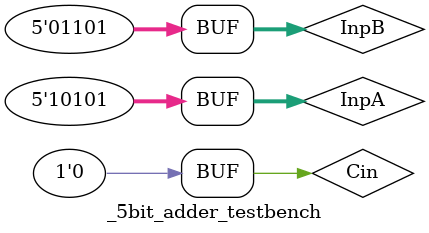
<source format=v>
`define DELAY 20
module _5bit_adder_testbench();

reg [4:0] InpA,InpB;
reg Cin;
wire [4:0] out;
wire C;

_5bit_adder test(out,C,InpA,InpB,Cin);

initial begin
InpA = 5'b00010; InpB = 5'b11100; Cin = 1'b0; 
#`DELAY;
InpA = 5'b10001; InpB = 5'b01101; Cin = 1'b0; 
#`DELAY;
InpA = 5'b01000; InpB = 5'b11100; Cin = 1'b0; 
#`DELAY;
InpA = 5'b00100; InpB = 5'b11100; Cin = 1'b0; 
#`DELAY;
InpA = 5'b10101; InpB = 5'b01101; Cin = 1'b0; 
#`DELAY;
InpA = 5'b10101; InpB = 5'b01101; Cin = 1'b0; 
#`DELAY;
InpA = 5'b10101; InpB = 5'b01101; Cin = 1'b0; 
#`DELAY;
InpA = 5'b10101; InpB = 5'b01101; Cin = 1'b0; 

end
 
 
initial
begin
$monitor("time = %2d, InA =%5b, InB=%5b, out=%5b", $time, InpA, InpB, out);
end



endmodule
</source>
